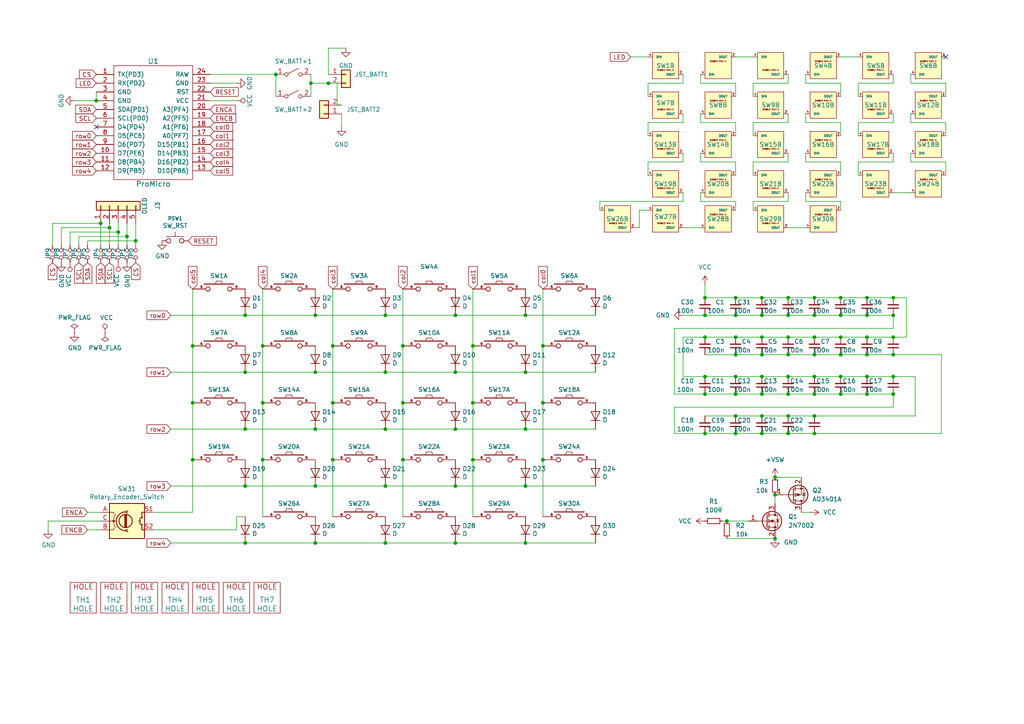
<source format=kicad_sch>
(kicad_sch (version 20241209) (generator "eeschema") (generator_version "8.99")
  (paper "A4")
  (junction (at 91.44 140.97))
  (junction (at 71.12 107.95))
  (junction (at 71.12 157.48))
  (junction (at 111.76 140.97))
  (junction (at 220.98 109.22))
  (junction (at 80.01 21.59))
  (junction (at 96.52 133.35))
  (junction (at 228.6 120.65))
  (junction (at 91.44 157.48))
  (junction (at 76.2 100.33))
  (junction (at 137.16 100.33))
  (junction (at 220.98 86.36))
  (junction (at 132.08 124.46))
  (junction (at 152.4 124.46))
  (junction (at 34.29 67.31))
  (junction (at 204.47 86.36))
  (junction (at 95.25 24.13))
  (junction (at 220.98 91.44))
  (junction (at 259.08 114.3))
  (junction (at 220.98 97.79))
  (junction (at 152.4 107.95))
  (junction (at 228.6 125.73))
  (junction (at 236.22 120.65))
  (junction (at 228.6 114.3))
  (junction (at 213.36 86.36))
  (junction (at 76.2 133.35))
  (junction (at 76.2 116.84))
  (junction (at 224.79 156.21))
  (junction (at 259.08 109.22))
  (junction (at 27.94 29.21))
  (junction (at 39.37 69.85))
  (junction (at 213.36 120.65))
  (junction (at 91.44 107.95))
  (junction (at 71.12 124.46))
  (junction (at 236.22 97.79))
  (junction (at 91.44 124.46))
  (junction (at 29.21 64.77))
  (junction (at 91.44 91.44))
  (junction (at 224.79 143.51))
  (junction (at 55.88 100.33))
  (junction (at 228.6 86.36))
  (junction (at 259.08 86.36))
  (junction (at 132.08 107.95))
  (junction (at 210.82 151.13))
  (junction (at 236.22 114.3))
  (junction (at 111.76 124.46))
  (junction (at 251.46 109.22))
  (junction (at 220.98 102.87))
  (junction (at 243.84 91.44))
  (junction (at 243.84 114.3))
  (junction (at 157.48 116.84))
  (junction (at 152.4 157.48))
  (junction (at 55.88 116.84))
  (junction (at 259.08 97.79))
  (junction (at 157.48 133.35))
  (junction (at 251.46 114.3))
  (junction (at 224.79 138.43))
  (junction (at 111.76 157.48))
  (junction (at 213.36 109.22))
  (junction (at 90.17 24.13))
  (junction (at 228.6 102.87))
  (junction (at 220.98 114.3))
  (junction (at 243.84 97.79))
  (junction (at 31.75 66.04))
  (junction (at 116.84 133.35))
  (junction (at 251.46 102.87))
  (junction (at 213.36 102.87))
  (junction (at 243.84 86.36))
  (junction (at 251.46 91.44))
  (junction (at 36.83 68.58))
  (junction (at 204.47 109.22))
  (junction (at 213.36 91.44))
  (junction (at 213.36 114.3))
  (junction (at 220.98 120.65))
  (junction (at 137.16 133.35))
  (junction (at 213.36 125.73))
  (junction (at 228.6 91.44))
  (junction (at 132.08 91.44))
  (junction (at 204.47 114.3))
  (junction (at 157.48 100.33))
  (junction (at 111.76 107.95))
  (junction (at 213.36 97.79))
  (junction (at 220.98 125.73))
  (junction (at 204.47 91.44))
  (junction (at 96.52 116.84))
  (junction (at 152.4 91.44))
  (junction (at 236.22 125.73))
  (junction (at 259.08 102.87))
  (junction (at 132.08 157.48))
  (junction (at 251.46 97.79))
  (junction (at 251.46 86.36))
  (junction (at 204.47 125.73))
  (junction (at 71.12 140.97))
  (junction (at 228.6 109.22))
  (junction (at 243.84 109.22))
  (junction (at 152.4 140.97))
  (junction (at 116.84 116.84))
  (junction (at 228.6 97.79))
  (junction (at 236.22 91.44))
  (junction (at 236.22 86.36))
  (junction (at 116.84 100.33))
  (junction (at 259.08 91.44))
  (junction (at 236.22 109.22))
  (junction (at 243.84 102.87))
  (junction (at 132.08 140.97))
  (junction (at 236.22 102.87))
  (junction (at 71.12 91.44))
  (junction (at 55.88 133.35))
  (junction (at 137.16 116.84))
  (junction (at 96.52 100.33))
  (junction (at 111.76 91.44))
  (junction (at 204.47 97.79))
  (no_connect (at 27.94 36.83))
  (no_connect (at 274.32 16.51))
  (wire (pts (xy 220.98 114.3) (xy 228.6 114.3)))
  (wire (pts (xy 20.32 67.31) (xy 20.32 71.12)))
  (wire (pts (xy 251.46 109.22) (xy 259.08 109.22)))
  (wire (pts (xy 243.84 114.3) (xy 251.46 114.3)))
  (wire (pts (xy 228.6 120.65) (xy 236.22 120.65)))
  (wire (pts (xy 116.84 133.35) (xy 116.84 149.86)))
  (wire (pts (xy 264.16 24.13) (xy 264.16 21.59)))
  (wire (pts (xy 152.4 91.44) (xy 132.08 91.44)))
  (wire (pts (xy 213.36 91.44) (xy 220.98 91.44)))
  (wire (pts (xy 251.46 114.3) (xy 259.08 114.3)))
  (wire (pts (xy 25.4 148.59) (xy 29.21 148.59)))
  (wire (pts (xy 213.36 120.65) (xy 220.98 120.65)))
  (wire (pts (xy 210.82 151.13) (xy 217.17 151.13)))
  (wire (pts (xy 228.6 66.04) (xy 233.68 66.04)))
  (wire (pts (xy 251.46 97.79) (xy 259.08 97.79)))
  (wire (pts (xy 173.99 58.42) (xy 173.99 60.96)))
  (wire (pts (xy 233.68 46.99) (xy 233.68 44.45)))
  (wire (pts (xy 259.08 44.45) (xy 259.08 46.99)))
  (wire (pts (xy 213.36 114.3) (xy 220.98 114.3)))
  (wire (pts (xy 204.47 97.79) (xy 213.36 97.79)))
  (wire (pts (xy 97.79 30.48) (xy 99.06 30.48)))
  (wire (pts (xy 76.2 116.84) (xy 76.2 133.35)))
  (wire (pts (xy 198.12 33.02) (xy 198.12 35.56)))
  (wire (pts (xy 228.6 91.44) (xy 236.22 91.44)))
  (wire (pts (xy 195.58 114.3) (xy 204.47 114.3)))
  (wire (pts (xy 71.12 107.95) (xy 49.53 107.95)))
  (wire (pts (xy 185.42 60.96) (xy 187.96 60.96)))
  (wire (pts (xy 218.44 24.13) (xy 218.44 27.94)))
  (wire (pts (xy 210.82 156.21) (xy 224.79 156.21)))
  (wire (pts (xy 25.4 69.85) (xy 25.4 71.12)))
  (wire (pts (xy 213.36 27.94) (xy 213.36 24.13)))
  (wire (pts (xy 243.84 46.99) (xy 233.68 46.99)))
  (wire (pts (xy 152.4 124.46) (xy 172.72 124.46)))
  (wire (pts (xy 95.25 24.13) (xy 97.79 24.13)))
  (wire (pts (xy 213.36 50.8) (xy 213.36 46.99)))
  (wire (pts (xy 213.36 16.51) (xy 218.44 16.51)))
  (wire (pts (xy 259.08 24.13) (xy 248.92 24.13)))
  (wire (pts (xy 243.84 50.8) (xy 243.84 46.99)))
  (wire (pts (xy 91.44 91.44) (xy 111.76 91.44)))
  (wire (pts (xy 274.32 27.94) (xy 274.32 24.13)))
  (wire (pts (xy 198.12 97.79) (xy 204.47 97.79)))
  (wire (pts (xy 96.52 133.35) (xy 96.52 149.86)))
  (wire (pts (xy 39.37 69.85) (xy 25.4 69.85)))
  (wire (pts (xy 204.47 86.36) (xy 213.36 86.36)))
  (wire (pts (xy 224.79 138.43) (xy 232.41 138.43)))
  (wire (pts (xy 228.6 86.36) (xy 236.22 86.36)))
  (wire (pts (xy 71.12 157.48) (xy 91.44 157.48)))
  (wire (pts (xy 27.94 29.21) (xy 21.59 29.21)))
  (wire (pts (xy 90.17 24.13) (xy 95.25 24.13)))
  (wire (pts (xy 31.75 64.77) (xy 31.75 66.04)))
  (wire (pts (xy 259.08 91.44) (xy 259.08 95.25)))
  (wire (pts (xy 228.6 35.56) (xy 218.44 35.56)))
  (wire (pts (xy 228.6 114.3) (xy 236.22 114.3)))
  (wire (pts (xy 55.88 83.82) (xy 55.88 100.33)))
  (wire (pts (xy 36.83 68.58) (xy 22.86 68.58)))
  (wire (pts (xy 76.2 133.35) (xy 76.2 149.86)))
  (wire (pts (xy 251.46 86.36) (xy 259.08 86.36)))
  (wire (pts (xy 274.32 39.37) (xy 274.32 35.56)))
  (wire (pts (xy 228.6 125.73) (xy 236.22 125.73)))
  (wire (pts (xy 204.47 114.3) (xy 213.36 114.3)))
  (wire (pts (xy 99.06 33.02) (xy 99.06 36.83)))
  (wire (pts (xy 198.12 66.04) (xy 203.2 66.04)))
  (wire (pts (xy 34.29 67.31) (xy 20.32 67.31)))
  (wire (pts (xy 213.36 46.99) (xy 203.2 46.99)))
  (wire (pts (xy 132.08 157.48) (xy 152.4 157.48)))
  (wire (pts (xy 259.08 97.79) (xy 262.89 97.79)))
  (wire (pts (xy 132.08 124.46) (xy 152.4 124.46)))
  (wire (pts (xy 274.32 46.99) (xy 264.16 46.99)))
  (wire (pts (xy 236.22 91.44) (xy 243.84 91.44)))
  (wire (pts (xy 27.94 26.67) (xy 27.94 29.21)))
  (wire (pts (xy 220.98 109.22) (xy 228.6 109.22)))
  (wire (pts (xy 232.41 148.59) (xy 234.95 148.59)))
  (wire (pts (xy 213.36 102.87) (xy 220.98 102.87)))
  (wire (pts (xy 213.36 39.37) (xy 213.36 35.56)))
  (wire (pts (xy 111.76 91.44) (xy 132.08 91.44)))
  (wire (pts (xy 228.6 46.99) (xy 218.44 46.99)))
  (wire (pts (xy 233.68 35.56) (xy 233.68 33.02)))
  (wire (pts (xy 236.22 102.87) (xy 243.84 102.87)))
  (wire (pts (xy 91.44 157.48) (xy 111.76 157.48)))
  (wire (pts (xy 259.08 35.56) (xy 248.92 35.56)))
  (wire (pts (xy 132.08 140.97) (xy 152.4 140.97)))
  (wire (pts (xy 204.47 125.73) (xy 213.36 125.73)))
  (wire (pts (xy 248.92 35.56) (xy 248.92 39.37)))
  (wire (pts (xy 203.2 58.42) (xy 203.2 55.88)))
  (wire (pts (xy 243.84 16.51) (xy 248.92 16.51)))
  (wire (pts (xy 111.76 140.97) (xy 132.08 140.97)))
  (wire (pts (xy 55.88 116.84) (xy 55.88 133.35)))
  (wire (pts (xy 95.25 21.59) (xy 95.25 13.97)))
  (wire (pts (xy 218.44 46.99) (xy 218.44 50.8)))
  (wire (pts (xy 243.84 35.56) (xy 233.68 35.56)))
  (wire (pts (xy 259.08 109.22) (xy 265.43 109.22)))
  (wire (pts (xy 80.01 21.59) (xy 80.01 27.94)))
  (wire (pts (xy 198.12 109.22) (xy 204.47 109.22)))
  (wire (pts (xy 116.84 83.82) (xy 116.84 100.33)))
  (wire (pts (xy 157.48 133.35) (xy 157.48 149.86)))
  (wire (pts (xy 111.76 107.95) (xy 132.08 107.95)))
  (wire (pts (xy 36.83 64.77) (xy 36.83 68.58)))
  (wire (pts (xy 213.36 58.42) (xy 203.2 58.42)))
  (wire (pts (xy 184.15 66.04) (xy 185.42 66.04)))
  (wire (pts (xy 213.36 125.73) (xy 220.98 125.73)))
  (wire (pts (xy 213.36 97.79) (xy 220.98 97.79)))
  (wire (pts (xy 152.4 157.48) (xy 172.72 157.48)))
  (wire (pts (xy 15.24 64.77) (xy 15.24 71.12)))
  (wire (pts (xy 116.84 100.33) (xy 116.84 116.84)))
  (wire (pts (xy 132.08 107.95) (xy 152.4 107.95)))
  (wire (pts (xy 243.84 86.36) (xy 251.46 86.36)))
  (wire (pts (xy 68.58 149.86) (xy 71.12 149.86)))
  (wire (pts (xy 233.68 24.13) (xy 233.68 21.59)))
  (wire (pts (xy 220.98 86.36) (xy 228.6 86.36)))
  (wire (pts (xy 157.48 116.84) (xy 157.48 133.35)))
  (wire (pts (xy 111.76 157.48) (xy 132.08 157.48)))
  (wire (pts (xy 274.32 24.13) (xy 264.16 24.13)))
  (wire (pts (xy 90.17 21.59) (xy 90.17 24.13)))
  (wire (pts (xy 68.58 149.86) (xy 68.58 153.67)))
  (wire (pts (xy 198.12 97.79) (xy 198.12 109.22)))
  (wire (pts (xy 195.58 125.73) (xy 204.47 125.73)))
  (wire (pts (xy 152.4 107.95) (xy 172.72 107.95)))
  (wire (pts (xy 220.98 125.73) (xy 228.6 125.73)))
  (wire (pts (xy 248.92 24.13) (xy 248.92 27.94)))
  (wire (pts (xy 198.12 21.59) (xy 198.12 24.13)))
  (wire (pts (xy 228.6 21.59) (xy 228.6 24.13)))
  (wire (pts (xy 60.96 24.13) (xy 68.58 24.13)))
  (wire (pts (xy 213.36 24.13) (xy 203.2 24.13)))
  (wire (pts (xy 111.76 124.46) (xy 132.08 124.46)))
  (wire (pts (xy 116.84 116.84) (xy 116.84 133.35)))
  (wire (pts (xy 198.12 24.13) (xy 187.96 24.13)))
  (wire (pts (xy 44.45 153.67) (xy 68.58 153.67)))
  (wire (pts (xy 71.12 124.46) (xy 49.53 124.46)))
  (wire (pts (xy 34.29 67.31) (xy 34.29 71.12)))
  (wire (pts (xy 220.98 120.65) (xy 228.6 120.65)))
  (wire (pts (xy 243.84 39.37) (xy 243.84 35.56)))
  (wire (pts (xy 187.96 24.13) (xy 187.96 27.94)))
  (wire (pts (xy 243.84 58.42) (xy 233.68 58.42)))
  (wire (pts (xy 213.36 86.36) (xy 220.98 86.36)))
  (wire (pts (xy 259.08 102.87) (xy 273.05 102.87)))
  (wire (pts (xy 31.75 66.04) (xy 31.75 71.12)))
  (wire (pts (xy 198.12 46.99) (xy 187.96 46.99)))
  (wire (pts (xy 259.08 118.11) (xy 195.58 118.11)))
  (wire (pts (xy 29.21 64.77) (xy 29.21 71.12)))
  (wire (pts (xy 236.22 120.65) (xy 265.43 120.65)))
  (wire (pts (xy 91.44 140.97) (xy 71.12 140.97)))
  (wire (pts (xy 91.44 107.95) (xy 111.76 107.95)))
  (wire (pts (xy 152.4 91.44) (xy 172.72 91.44)))
  (wire (pts (xy 55.88 133.35) (xy 55.88 148.59)))
  (wire (pts (xy 274.32 35.56) (xy 264.16 35.56)))
  (wire (pts (xy 34.29 64.77) (xy 34.29 67.31)))
  (wire (pts (xy 273.05 125.73) (xy 273.05 102.87)))
  (wire (pts (xy 243.84 109.22) (xy 251.46 109.22)))
  (wire (pts (xy 203.2 46.99) (xy 203.2 44.45)))
  (wire (pts (xy 259.08 55.88) (xy 264.16 55.88)))
  (wire (pts (xy 248.92 46.99) (xy 248.92 50.8)))
  (wire (pts (xy 60.96 21.59) (xy 80.01 21.59)))
  (wire (pts (xy 213.36 60.96) (xy 213.36 58.42)))
  (wire (pts (xy 185.42 66.04) (xy 185.42 60.96)))
  (wire (pts (xy 236.22 109.22) (xy 243.84 109.22)))
  (wire (pts (xy 259.08 21.59) (xy 259.08 24.13)))
  (wire (pts (xy 95.25 13.97) (xy 100.33 13.97)))
  (wire (pts (xy 218.44 58.42) (xy 218.44 60.96)))
  (wire (pts (xy 198.12 35.56) (xy 187.96 35.56)))
  (wire (pts (xy 182.88 16.51) (xy 187.96 16.51)))
  (wire (pts (xy 173.99 58.42) (xy 198.12 58.42)))
  (wire (pts (xy 204.47 109.22) (xy 213.36 109.22)))
  (wire (pts (xy 90.17 24.13) (xy 90.17 27.94)))
  (wire (pts (xy 96.52 116.84) (xy 96.52 133.35)))
  (wire (pts (xy 228.6 102.87) (xy 236.22 102.87)))
  (wire (pts (xy 44.45 148.59) (xy 55.88 148.59)))
  (wire (pts (xy 39.37 64.77) (xy 39.37 69.85)))
  (wire (pts (xy 243.84 91.44) (xy 251.46 91.44)))
  (wire (pts (xy 71.12 91.44) (xy 49.53 91.44)))
  (wire (pts (xy 265.43 109.22) (xy 265.43 120.65)))
  (wire (pts (xy 157.48 116.84) (xy 157.48 100.33)))
  (wire (pts (xy 220.98 91.44) (xy 228.6 91.44)))
  (wire (pts (xy 187.96 35.56) (xy 187.96 39.37)))
  (wire (pts (xy 195.58 118.11) (xy 195.58 125.73)))
  (wire (pts (xy 213.36 35.56) (xy 203.2 35.56)))
  (wire (pts (xy 71.12 140.97) (xy 49.53 140.97)))
  (wire (pts (xy 228.6 33.02) (xy 228.6 35.56)))
  (wire (pts (xy 91.44 124.46) (xy 71.12 124.46)))
  (wire (pts (xy 228.6 24.13) (xy 218.44 24.13)))
  (wire (pts (xy 259.08 33.02) (xy 259.08 35.56)))
  (wire (pts (xy 204.47 102.87) (xy 213.36 102.87)))
  (wire (pts (xy 259.08 86.36) (xy 262.89 86.36)))
  (wire (pts (xy 243.84 97.79) (xy 251.46 97.79)))
  (wire (pts (xy 76.2 83.82) (xy 76.2 100.33)))
  (wire (pts (xy 91.44 107.95) (xy 71.12 107.95)))
  (wire (pts (xy 236.22 114.3) (xy 243.84 114.3)))
  (wire (pts (xy 259.08 95.25) (xy 195.58 95.25)))
  (wire (pts (xy 198.12 91.44) (xy 204.47 91.44)))
  (wire (pts (xy 259.08 114.3) (xy 259.08 118.11)))
  (wire (pts (xy 224.79 143.51) (xy 224.79 146.05)))
  (wire (pts (xy 91.44 140.97) (xy 111.76 140.97)))
  (wire (pts (xy 60.96 29.21) (xy 68.58 29.21)))
  (wire (pts (xy 228.6 55.88) (xy 228.6 58.42)))
  (wire (pts (xy 31.75 66.04) (xy 17.78 66.04)))
  (wire (pts (xy 97.79 30.48) (xy 97.79 24.13)))
  (wire (pts (xy 264.16 35.56) (xy 264.16 33.02)))
  (wire (pts (xy 152.4 140.97) (xy 172.72 140.97)))
  (wire (pts (xy 228.6 97.79) (xy 236.22 97.79)))
  (wire (pts (xy 264.16 46.99) (xy 264.16 44.45)))
  (wire (pts (xy 220.98 97.79) (xy 228.6 97.79)))
  (wire (pts (xy 157.48 100.33) (xy 157.48 83.82)))
  (wire (pts (xy 49.53 157.48) (xy 71.12 157.48)))
  (wire (pts (xy 195.58 95.25) (xy 195.58 114.3)))
  (wire (pts (xy 91.44 91.44) (xy 71.12 91.44)))
  (wire (pts (xy 228.6 58.42) (xy 218.44 58.42)))
  (wire (pts (xy 29.21 151.13) (xy 13.97 151.13)))
  (wire (pts (xy 137.16 133.35) (xy 137.16 149.86)))
  (wire (pts (xy 137.16 83.82) (xy 137.16 100.33)))
  (wire (pts (xy 243.84 60.96) (xy 243.84 58.42)))
  (wire (pts (xy 36.83 68.58) (xy 36.83 71.12)))
  (wire (pts (xy 198.12 44.45) (xy 198.12 46.99)))
  (wire (pts (xy 274.32 50.8) (xy 274.32 46.99)))
  (wire (pts (xy 251.46 91.44) (xy 259.08 91.44)))
  (wire (pts (xy 236.22 86.36) (xy 243.84 86.36)))
  (wire (pts (xy 262.89 86.36) (xy 262.89 97.79)))
  (wire (pts (xy 213.36 109.22) (xy 220.98 109.22)))
  (wire (pts (xy 251.46 102.87) (xy 259.08 102.87)))
  (wire (pts (xy 228.6 44.45) (xy 228.6 46.99)))
  (wire (pts (xy 209.55 151.13) (xy 210.82 151.13)))
  (wire (pts (xy 228.6 109.22) (xy 236.22 109.22)))
  (wire (pts (xy 236.22 97.79) (xy 243.84 97.79)))
  (wire (pts (xy 25.4 153.67) (xy 29.21 153.67)))
  (wire (pts (xy 203.2 24.13) (xy 203.2 21.59)))
  (wire (pts (xy 55.88 100.33) (xy 55.88 116.84)))
  (wire (pts (xy 198.12 55.88) (xy 198.12 58.42)))
  (wire (pts (xy 76.2 100.33) (xy 76.2 116.84)))
  (wire (pts (xy 243.84 27.94) (xy 243.84 24.13)))
  (wire (pts (xy 17.78 66.04) (xy 17.78 71.12)))
  (wire (pts (xy 243.84 102.87) (xy 251.46 102.87)))
  (wire (pts (xy 137.16 100.33) (xy 137.16 116.84)))
  (wire (pts (xy 218.44 35.56) (xy 218.44 39.37)))
  (wire (pts (xy 204.47 120.65) (xy 213.36 120.65)))
  (wire (pts (xy 220.98 102.87) (xy 228.6 102.87)))
  (wire (pts (xy 243.84 24.13) (xy 233.68 24.13)))
  (wire (pts (xy 204.47 91.44) (xy 213.36 91.44)))
  (wire (pts (xy 13.97 151.13) (xy 13.97 153.67)))
  (wire (pts (xy 204.47 82.55) (xy 204.47 86.36)))
  (wire (pts (xy 96.52 100.33) (xy 96.52 116.84)))
  (wire (pts (xy 137.16 133.35) (xy 137.16 116.84)))
  (wire (pts (xy 91.44 124.46) (xy 111.76 124.46)))
  (wire (pts (xy 233.68 58.42) (xy 233.68 55.88)))
  (wire (pts (xy 39.37 69.85) (xy 39.37 71.12)))
  (wire (pts (xy 22.86 68.58) (xy 22.86 71.12)))
  (wire (pts (xy 259.08 46.99) (xy 248.92 46.99)))
  (wire (pts (xy 236.22 125.73) (xy 273.05 125.73)))
  (wire (pts (xy 29.21 64.77) (xy 15.24 64.77)))
  (wire (pts (xy 187.96 46.99) (xy 187.96 50.8)))
  (wire (pts (xy 96.52 83.82) (xy 96.52 100.33)))
  (wire (pts (xy 203.2 35.56) (xy 203.2 33.02)))
  (global_label "row1" (shape input) (at 27.94 41.91 180) (property "Intersheetrefs" "${INTERSHEET_REFS}" (effects (hide yes))))
  (global_label "CS" (shape input) (at 39.37 76.2 270) (property "Intersheetrefs" "${INTERSHEET_REFS}" (effects (hide yes))))
  (global_label "row4" (shape input) (at 27.94 49.53 180) (property "Intersheetrefs" "${INTERSHEET_REFS}" (effects (hide yes))))
  (global_label "col0" (shape input) (at 157.48 83.82 90) (property "Intersheetrefs" "${INTERSHEET_REFS}" (effects (hide yes))))
  (global_label "col4" (shape input) (at 60.96 46.99 0) (property "Intersheetrefs" "${INTERSHEET_REFS}" (effects (hide yes))))
  (global_label "row3" (shape input) (at 27.94 46.99 180) (property "Intersheetrefs" "${INTERSHEET_REFS}" (effects (hide yes))))
  (global_label "col5" (shape input) (at 55.88 83.82 90) (property "Intersheetrefs" "${INTERSHEET_REFS}" (effects (hide yes))))
  (global_label "RESET" (shape input) (at 60.96 26.67 0) (property "Intersheetrefs" "${INTERSHEET_REFS}" (effects (hide yes))))
  (global_label "SCL" (shape input) (at 27.94 34.29 180) (property "Intersheetrefs" "${INTERSHEET_REFS}" (effects (hide yes))))
  (global_label "SCL" (shape input) (at 31.75 76.2 270) (property "Intersheetrefs" "${INTERSHEET_REFS}" (effects (hide yes))))
  (global_label "row4" (shape input) (at 49.53 157.48 180) (property "Intersheetrefs" "${INTERSHEET_REFS}" (effects (hide yes))))
  (global_label "SDA" (shape input) (at 27.94 31.75 180) (property "Intersheetrefs" "${INTERSHEET_REFS}" (effects (hide yes))))
  (global_label "SDA" (shape input) (at 29.21 76.2 270) (property "Intersheetrefs" "${INTERSHEET_REFS}" (effects (hide yes))))
  (global_label "SDA" (shape input) (at 25.4 76.2 270) (property "Intersheetrefs" "${INTERSHEET_REFS}" (effects (hide yes))))
  (global_label "row2" (shape input) (at 49.53 124.46 180) (property "Intersheetrefs" "${INTERSHEET_REFS}" (effects (hide yes))))
  (global_label "col1" (shape input) (at 137.16 83.82 90) (property "Intersheetrefs" "${INTERSHEET_REFS}" (effects (hide yes))))
  (global_label "CS" (shape input) (at 15.24 76.2 270) (property "Intersheetrefs" "${INTERSHEET_REFS}" (effects (hide yes))))
  (global_label "col1" (shape input) (at 60.96 39.37 0) (property "Intersheetrefs" "${INTERSHEET_REFS}" (effects (hide yes))))
  (global_label "col2" (shape input) (at 116.84 83.82 90) (property "Intersheetrefs" "${INTERSHEET_REFS}" (effects (hide yes))))
  (global_label "col3" (shape input) (at 96.52 83.82 90) (property "Intersheetrefs" "${INTERSHEET_REFS}" (effects (hide yes))))
  (global_label "ENCA" (shape input) (at 60.96 31.75 0) (property "Intersheetrefs" "${INTERSHEET_REFS}" (effects (hide yes))))
  (global_label "col4" (shape input) (at 76.2 83.82 90) (property "Intersheetrefs" "${INTERSHEET_REFS}" (effects (hide yes))))
  (global_label "col5" (shape input) (at 60.96 49.53 0) (property "Intersheetrefs" "${INTERSHEET_REFS}" (effects (hide yes))))
  (global_label "col0" (shape input) (at 60.96 36.83 0) (property "Intersheetrefs" "${INTERSHEET_REFS}" (effects (hide yes))))
  (global_label "LED" (shape input) (at 182.88 16.51 180) (property "Intersheetrefs" "${INTERSHEET_REFS}" (effects (hide yes))))
  (global_label "CS" (shape input) (at 27.94 21.59 180) (property "Intersheetrefs" "${INTERSHEET_REFS}" (effects (hide yes))))
  (global_label "SCL" (shape input) (at 22.86 76.2 270) (property "Intersheetrefs" "${INTERSHEET_REFS}" (effects (hide yes))))
  (global_label "row1" (shape input) (at 49.53 107.95 180) (property "Intersheetrefs" "${INTERSHEET_REFS}" (effects (hide yes))))
  (global_label "ENCA" (shape input) (at 25.4 148.59 180) (property "Intersheetrefs" "${INTERSHEET_REFS}" (effects (hide yes))))
  (global_label "RESET" (shape input) (at 54.61 69.85 0) (property "Intersheetrefs" "${INTERSHEET_REFS}" (effects (hide yes))))
  (global_label "ENCB" (shape input) (at 25.4 153.67 180) (property "Intersheetrefs" "${INTERSHEET_REFS}" (effects (hide yes))))
  (global_label "col3" (shape input) (at 60.96 44.45 0) (property "Intersheetrefs" "${INTERSHEET_REFS}" (effects (hide yes))))
  (global_label "row2" (shape input) (at 27.94 44.45 180) (property "Intersheetrefs" "${INTERSHEET_REFS}" (effects (hide yes))))
  (global_label "row3" (shape input) (at 49.53 140.97 180) (property "Intersheetrefs" "${INTERSHEET_REFS}" (effects (hide yes))))
  (global_label "row0" (shape input) (at 27.94 39.37 180) (property "Intersheetrefs" "${INTERSHEET_REFS}" (effects (hide yes))))
  (global_label "col2" (shape input) (at 60.96 41.91 0) (property "Intersheetrefs" "${INTERSHEET_REFS}" (effects (hide yes))))
  (global_label "ENCB" (shape input) (at 60.96 34.29 0) (property "Intersheetrefs" "${INTERSHEET_REFS}" (effects (hide yes))))
  (global_label "row0" (shape input) (at 49.53 91.44 180) (property "Intersheetrefs" "${INTERSHEET_REFS}" (effects (hide yes))))
  (global_label "LED" (shape input) (at 27.94 24.13 180) (property "Intersheetrefs" "${INTERSHEET_REFS}" (effects (hide yes))))
  (symbol (lib_id "SofleKeyboard-rescue:ProMicro_2-Lily58-cache-Lily58_Pro-rescue") (at 44.45 35.56 0) (unit 1)
    (property "Reference" "U1" (at 44.45 17.78 0) (effects (font (size 1.524 1.524))))
    (property "Value" "ProMicro" (at 44.45 53.34 0) (effects (font (size 1.524 1.524))))
    (property "Footprint" "SofleKeyboard-footprint:ProMicro" (effects (hide yes)))
  )
  (symbol (lib_id "SofleKeyboard:SW_PUSH_LED") (at 83.82 149.86 0) (unit 1)
    (property "Reference" "SW26" (at 83.82 146.05 0))
    (property "Value" "SW_PUSH_LED" (effects (hide yes)))
    (property "Footprint" "SofleChoc:SK6812MINI_and_cherry" (effects (hide yes)))
  )
  (symbol (lib_id "SofleKeyboard:SW_PUSH_LED") (at 63.5 83.82 0) (unit 1)
    (property "Reference" "SW1" (at 63.5 80.01 0))
    (property "Value" "SW_PUSH_LED" (effects (hide yes)))
    (property "Footprint" "SofleChoc:SK6812MINI_and_cherry" (effects (hide yes)))
  )
  (symbol (lib_id "SofleKeyboard-rescue:D-Lily58-cache-Lily58_Pro-rescue") (at 71.12 87.63 90) (unit 1)
    (property "Reference" "D1" (at 73.1266 86.4616 90) (effects (justify right)))
    (property "Value" "D" (at 73.1266 88.773 90) (effects (justify right)))
    (property "Footprint" "Diode_SMD:crkbd-diode" (effects (hide yes)))
  )
  (symbol (lib_id "SofleKeyboard:SW_PUSH_LED") (at 83.82 83.82 0) (unit 1)
    (property "Reference" "SW2" (at 83.82 80.01 0))
    (property "Value" "SW_PUSH_LED" (effects (hide yes)))
    (property "Footprint" "SofleChoc:SK6812MINI_and_cherry" (effects (hide yes)))
  )
  (symbol (lib_id "SofleKeyboard-rescue:D-Lily58-cache-Lily58_Pro-rescue") (at 91.44 87.63 90) (unit 1)
    (property "Reference" "D2" (at 93.4466 86.4616 90) (effects (justify right)))
    (property "Value" "D" (at 93.4466 88.773 90) (effects (justify right)))
    (property "Footprint" "Diode_SMD:crkbd-diode" (effects (hide yes)))
  )
  (symbol (lib_id "SofleKeyboard:SW_PUSH_LED") (at 104.14 83.82 0) (unit 1)
    (property "Reference" "SW3" (at 104.14 80.01 0))
    (property "Value" "SW_PUSH_LED" (effects (hide yes)))
    (property "Footprint" "SofleChoc:SK6812MINI_and_cherry" (effects (hide yes)))
  )
  (symbol (lib_id "SofleKeyboard-rescue:D-Lily58-cache-Lily58_Pro-rescue") (at 111.76 87.63 90) (unit 1)
    (property "Reference" "D3" (at 113.7666 86.4616 90) (effects (justify right)))
    (property "Value" "D" (at 113.7666 88.773 90) (effects (justify right)))
    (property "Footprint" "Diode_SMD:crkbd-diode" (effects (hide yes)))
  )
  (symbol (lib_id "SofleKeyboard:SW_PUSH_LED") (at 124.46 83.82 0) (unit 1)
    (property "Reference" "SW4" (at 124.46 77.343 0))
    (property "Value" "SW_PUSH_LED" (effects (hide yes)))
    (property "Footprint" "SofleChoc:SK6812MINI_and_cherry" (effects (hide yes)))
  )
  (symbol (lib_id "SofleKeyboard-rescue:D-Lily58-cache-Lily58_Pro-rescue") (at 132.08 87.63 90) (unit 1)
    (property "Reference" "D4" (at 134.0866 86.4616 90) (effects (justify right)))
    (property "Value" "D" (at 134.0866 88.773 90) (effects (justify right)))
    (property "Footprint" "Diode_SMD:crkbd-diode" (effects (hide yes)))
  )
  (symbol (lib_id "SofleKeyboard:SW_PUSH_LED") (at 144.78 83.82 0) (unit 1)
    (property "Reference" "SW5" (at 144.78 80.01 0))
    (property "Value" "SW_PUSH_LED" (effects (hide yes)))
    (property "Footprint" "SofleChoc:SK6812MINI_and_cherry" (effects (hide yes)))
  )
  (symbol (lib_id "SofleKeyboard-rescue:D-Lily58-cache-Lily58_Pro-rescue") (at 152.4 87.63 90) (unit 1)
    (property "Reference" "D5" (at 154.4066 86.4616 90) (effects (justify right)))
    (property "Value" "D" (at 154.4066 88.773 90) (effects (justify right)))
    (property "Footprint" "Diode_SMD:crkbd-diode" (effects (hide yes)))
  )
  (symbol (lib_id "SofleKeyboard:SW_PUSH_LED") (at 165.1 83.82 0) (unit 1)
    (property "Reference" "SW6" (at 165.1 80.01 0))
    (property "Value" "SW_PUSH_LED" (effects (hide yes)))
    (property "Footprint" "SofleChoc:SK6812MINI_and_cherry" (effects (hide yes)))
  )
  (symbol (lib_id "SofleKeyboard-rescue:D-Lily58-cache-Lily58_Pro-rescue") (at 172.72 87.63 90) (unit 1)
    (property "Reference" "D6" (at 174.7266 86.4616 90) (effects (justify right)))
    (property "Value" "D" (at 174.7266 88.773 90) (effects (justify right)))
    (property "Footprint" "Diode_SMD:crkbd-diode" (effects (hide yes)))
  )
  (symbol (lib_id "SofleKeyboard:SW_PUSH_LED") (at 83.82 100.33 0) (unit 1)
    (property "Reference" "SW8" (at 83.82 96.52 0))
    (property "Value" "SW_PUSH_LED" (effects (hide yes)))
    (property "Footprint" "SofleChoc:SK6812MINI_and_cherry" (effects (hide yes)))
  )
  (symbol (lib_id "SofleKeyboard:SW_PUSH_LED") (at 104.14 100.33 0) (unit 1)
    (property "Reference" "SW9" (at 104.14 96.52 0))
    (property "Value" "SW_PUSH_LED" (effects (hide yes)))
    (property "Footprint" "SofleChoc:SK6812MINI_and_cherry" (effects (hide yes)))
  )
  (symbol (lib_id "SofleKeyboard:SW_PUSH_LED") (at 124.46 100.33 0) (unit 1)
    (property "Reference" "SW10" (at 124.46 96.52 0))
    (property "Value" "SW_PUSH_LED" (effects (hide yes)))
    (property "Footprint" "SofleChoc:SK6812MINI_and_cherry" (effects (hide yes)))
  )
  (symbol (lib_id "SofleKeyboard:SW_PUSH_LED") (at 144.78 100.33 0) (unit 1)
    (property "Reference" "SW11" (at 144.78 96.52 0))
    (property "Value" "SW_PUSH_LED" (effects (hide yes)))
    (property "Footprint" "SofleChoc:SK6812MINI_and_cherry" (effects (hide yes)))
  )
  (symbol (lib_id "SofleKeyboard:SW_PUSH_LED") (at 165.1 100.33 0) (unit 1)
    (property "Reference" "SW12" (at 165.1 96.52 0))
    (property "Value" "SW_PUSH_LED" (effects (hide yes)))
    (property "Footprint" "SofleChoc:SK6812MINI_and_cherry" (effects (hide yes)))
  )
  (symbol (lib_id "SofleKeyboard:SW_PUSH_LED") (at 63.5 100.33 0) (unit 1)
    (property "Reference" "SW7" (at 63.5 96.52 0))
    (property "Value" "SW_PUSH_LED" (effects (hide yes)))
    (property "Footprint" "SofleChoc:SK6812MINI_and_cherry" (effects (hide yes)))
  )
  (symbol (lib_id "SofleKeyboard-rescue:D-Lily58-cache-Lily58_Pro-rescue") (at 71.12 104.14 90) (unit 1)
    (property "Reference" "D7" (at 73.1266 102.9716 90) (effects (justify right)))
    (property "Value" "D" (at 73.1266 105.283 90) (effects (justify right)))
    (property "Footprint" "Diode_SMD:crkbd-diode" (effects (hide yes)))
  )
  (symbol (lib_id "SofleKeyboard-rescue:D-Lily58-cache-Lily58_Pro-rescue") (at 91.44 104.14 90) (unit 1)
    (property "Reference" "D8" (at 93.4466 102.9716 90) (effects (justify right)))
    (property "Value" "D" (at 93.4466 105.283 90) (effects (justify right)))
    (property "Footprint" "Diode_SMD:crkbd-diode" (effects (hide yes)))
  )
  (symbol (lib_id "SofleKeyboard-rescue:D-Lily58-cache-Lily58_Pro-rescue") (at 111.76 104.14 90) (unit 1)
    (property "Reference" "D9" (at 113.7666 102.9716 90) (effects (justify right)))
    (property "Value" "D" (at 113.7666 105.283 90) (effects (justify right)))
    (property "Footprint" "Diode_SMD:crkbd-diode" (effects (hide yes)))
  )
  (symbol (lib_id "SofleKeyboard-rescue:D-Lily58-cache-Lily58_Pro-rescue") (at 132.08 104.14 90) (unit 1)
    (property "Reference" "D10" (at 134.0866 102.9716 90) (effects (justify right)))
    (property "Value" "D" (at 134.0866 105.283 90) (effects (justify right)))
    (property "Footprint" "Diode_SMD:crkbd-diode" (effects (hide yes)))
  )
  (symbol (lib_id "SofleKeyboard-rescue:D-Lily58-cache-Lily58_Pro-rescue") (at 152.4 104.14 90) (unit 1)
    (property "Reference" "D11" (at 154.4066 102.9716 90) (effects (justify right)))
    (property "Value" "D" (at 154.4066 105.283 90) (effects (justify right)))
    (property "Footprint" "Diode_SMD:crkbd-diode" (effects (hide yes)))
  )
  (symbol (lib_id "SofleKeyboard-rescue:D-Lily58-cache-Lily58_Pro-rescue") (at 172.72 104.14 90) (unit 1)
    (property "Reference" "D12" (at 174.7266 102.9716 90) (effects (justify right)))
    (property "Value" "D" (at 174.7266 105.283 90) (effects (justify right)))
    (property "Footprint" "Diode_SMD:crkbd-diode" (effects (hide yes)))
  )
  (symbol (lib_id "SofleKeyboard:SW_PUSH_LED") (at 63.5 116.84 0) (unit 1)
    (property "Reference" "SW13" (at 63.5 113.03 0))
    (property "Value" "SW_PUSH_LED" (effects (hide yes)))
    (property "Footprint" "SofleChoc:SK6812MINI_and_cherry" (effects (hide yes)))
  )
  (symbol (lib_id "SofleKeyboard:SW_PUSH_LED") (at 83.82 116.84 0) (unit 1)
    (property "Reference" "SW14" (at 83.82 113.03 0))
    (property "Value" "SW_PUSH_LED" (effects (hide yes)))
    (property "Footprint" "SofleChoc:SK6812MINI_and_cherry" (effects (hide yes)))
  )
  (symbol (lib_id "SofleKeyboard:SW_PUSH_LED") (at 104.14 116.84 0) (unit 1)
    (property "Reference" "SW15" (at 104.14 113.03 0))
    (property "Value" "SW_PUSH_LED" (effects (hide yes)))
    (property "Footprint" "SofleChoc:SK6812MINI_and_cherry" (effects (hide yes)))
  )
  (symbol (lib_id "SofleKeyboard:SW_PUSH_LED") (at 124.46 116.84 0) (unit 1)
    (property "Reference" "SW16" (at 124.46 113.03 0))
    (property "Value" "SW_PUSH_LED" (effects (hide yes)))
    (property "Footprint" "SofleChoc:SK6812MINI_and_cherry" (effects (hide yes)))
  )
  (symbol (lib_id "SofleKeyboard:SW_PUSH_LED") (at 144.78 116.84 0) (unit 1)
    (property "Reference" "SW17" (at 144.78 113.03 0))
    (property "Value" "SW_PUSH_LED" (effects (hide yes)))
    (property "Footprint" "SofleChoc:SK6812MINI_and_cherry" (effects (hide yes)))
  )
  (symbol (lib_id "SofleKeyboard:SW_PUSH_LED") (at 165.1 116.84 0) (unit 1)
    (property "Reference" "SW18" (at 165.1 113.03 0))
    (property "Value" "SW_PUSH_LED" (effects (hide yes)))
    (property "Footprint" "SofleChoc:SK6812MINI_and_cherry" (effects (hide yes)))
  )
  (symbol (lib_id "SofleKeyboard-rescue:D-Lily58-cache-Lily58_Pro-rescue") (at 71.12 120.65 90) (unit 1)
    (property "Reference" "D13" (at 73.1266 119.4816 90) (effects (justify right)))
    (property "Value" "D" (at 73.1266 121.793 90) (effects (justify right)))
    (property "Footprint" "Diode_SMD:crkbd-diode" (effects (hide yes)))
  )
  (symbol (lib_id "SofleKeyboard-rescue:D-Lily58-cache-Lily58_Pro-rescue") (at 91.44 120.65 90) (unit 1)
    (property "Reference" "D14" (at 93.4466 119.4816 90) (effects (justify right)))
    (property "Value" "D" (at 93.4466 121.793 90) (effects (justify right)))
    (property "Footprint" "Diode_SMD:crkbd-diode" (effects (hide yes)))
  )
  (symbol (lib_id "SofleKeyboard-rescue:D-Lily58-cache-Lily58_Pro-rescue") (at 111.76 120.65 90) (unit 1)
    (property "Reference" "D15" (at 113.7666 119.4816 90) (effects (justify right)))
    (property "Value" "D" (at 113.7666 121.793 90) (effects (justify right)))
    (property "Footprint" "Diode_SMD:crkbd-diode" (effects (hide yes)))
  )
  (symbol (lib_id "SofleKeyboard-rescue:D-Lily58-cache-Lily58_Pro-rescue") (at 132.08 120.65 90) (unit 1)
    (property "Reference" "D16" (at 134.0866 119.4816 90) (effects (justify right)))
    (property "Value" "D" (at 134.0866 121.793 90) (effects (justify right)))
    (property "Footprint" "Diode_SMD:crkbd-diode" (effects (hide yes)))
  )
  (symbol (lib_id "SofleKeyboard-rescue:D-Lily58-cache-Lily58_Pro-rescue") (at 152.4 120.65 90) (unit 1)
    (property "Reference" "D17" (at 154.4066 119.4816 90) (effects (justify right)))
    (property "Value" "D" (at 154.4066 121.793 90) (effects (justify right)))
    (property "Footprint" "Diode_SMD:crkbd-diode" (effects (hide yes)))
  )
  (symbol (lib_id "SofleKeyboard-rescue:D-Lily58-cache-Lily58_Pro-rescue") (at 172.72 120.65 90) (unit 1)
    (property "Reference" "D18" (at 174.7266 119.4816 90) (effects (justify right)))
    (property "Value" "D" (at 174.7266 121.793 90) (effects (justify right)))
    (property "Footprint" "Diode_SMD:crkbd-diode" (effects (hide yes)))
  )
  (symbol (lib_id "SofleKeyboard:SW_PUSH_LED") (at 104.14 133.35 0) (unit 1)
    (property "Reference" "SW21" (at 104.14 129.54 0))
    (property "Value" "SW_PUSH_LED" (effects (hide yes)))
    (property "Footprint" "SofleChoc:SK6812MINI_and_cherry" (effects (hide yes)))
  )
  (symbol (lib_id "SofleKeyboard:SW_PUSH_LED") (at 124.46 133.35 0) (unit 1)
    (property "Reference" "SW22" (at 124.46 129.54 0))
    (property "Value" "SW_PUSH_LED" (effects (hide yes)))
    (property "Footprint" "SofleChoc:SK6812MINI_and_cherry" (effects (hide yes)))
  )
  (symbol (lib_id "SofleKeyboard:SW_PUSH_LED") (at 144.78 133.35 0) (unit 1)
    (property "Reference" "SW23" (at 144.78 129.54 0))
    (property "Value" "SW_PUSH_LED" (effects (hide yes)))
    (property "Footprint" "SofleChoc:SK6812MINI_and_cherry" (effects (hide yes)))
  )
  (symbol (lib_id "SofleKeyboard:SW_PUSH_LED") (at 165.1 133.35 0) (unit 1)
    (property "Reference" "SW24" (at 165.1 129.54 0))
    (property "Value" "SW_PUSH_LED" (effects (hide yes)))
    (property "Footprint" "SofleChoc:SK6812MINI_and_cherry" (effects (hide yes)))
  )
  (symbol (lib_id "SofleKeyboard:SW_PUSH_LED") (at 83.82 133.35 0) (unit 1)
    (property "Reference" "SW20" (at 83.82 129.54 0))
    (property "Value" "SW_PUSH_LED" (effects (hide yes)))
    (property "Footprint" "SofleChoc:SK6812MINI_and_cherry" (effects (hide yes)))
  )
  (symbol (lib_id "SofleKeyboard:SW_PUSH_LED") (at 63.5 133.35 0) (unit 1)
    (property "Reference" "SW19" (at 63.5 129.54 0))
    (property "Value" "SW_PUSH_LED" (effects (hide yes)))
    (property "Footprint" "SofleChoc:SK6812MINI_and_cherry" (effects (hide yes)))
  )
  (symbol (lib_id "SofleKeyboard-rescue:D-Lily58-cache-Lily58_Pro-rescue") (at 71.12 137.16 90) (unit 1)
    (property "Reference" "D19" (at 73.1266 135.9916 90) (effects (justify right)))
    (property "Value" "D" (at 73.1266 138.303 90) (effects (justify right)))
    (property "Footprint" "Diode_SMD:crkbd-diode" (effects (hide yes)))
  )
  (symbol (lib_id "SofleKeyboard-rescue:D-Lily58-cache-Lily58_Pro-rescue") (at 91.44 137.16 90) (unit 1)
    (property "Reference" "D20" (at 93.4466 135.9916 90) (effects (justify right)))
    (property "Value" "D" (at 93.4466 138.303 90) (effects (justify right)))
    (property "Footprint" "Diode_SMD:crkbd-diode" (effects (hide yes)))
  )
  (symbol (lib_id "SofleKeyboard-rescue:D-Lily58-cache-Lily58_Pro-rescue") (at 111.76 137.16 90) (unit 1)
    (property "Reference" "D21" (at 113.7666 135.9916 90) (effects (justify right)))
    (property "Value" "D" (at 113.7666 138.303 90) (effects (justify right)))
    (property "Footprint" "Diode_SMD:crkbd-diode" (effects (hide yes)))
  )
  (symbol (lib_id "SofleKeyboard-rescue:D-Lily58-cache-Lily58_Pro-rescue") (at 132.08 137.16 90) (unit 1)
    (property "Reference" "D22" (at 134.0866 135.9916 90) (effects (justify right)))
    (property "Value" "D" (at 134.0866 138.303 90) (effects (justify right)))
    (property "Footprint" "Diode_SMD:crkbd-diode" (effects (hide yes)))
  )
  (symbol (lib_id "SofleKeyboard-rescue:D-Lily58-cache-Lily58_Pro-rescue") (at 152.4 137.16 90) (unit 1)
    (property "Reference" "D23" (at 154.4066 135.9916 90) (effects (justify right)))
    (property "Value" "D" (at 154.4066 138.303 90) (effects (justify right)))
    (property "Footprint" "Diode_SMD:crkbd-diode" (effects (hide yes)))
  )
  (symbol (lib_id "SofleKeyboard-rescue:D-Lily58-cache-Lily58_Pro-rescue") (at 172.72 137.16 90) (unit 1)
    (property "Reference" "D24" (at 174.7266 135.9916 90) (effects (justify right)))
    (property "Value" "D" (at 174.7266 138.303 90) (effects (justify right)))
    (property "Footprint" "Diode_SMD:crkbd-diode" (effects (hide yes)))
  )
  (symbol (lib_id "SofleKeyboard:SW_PUSH_LED") (at 104.14 149.86 0) (unit 1)
    (property "Reference" "SW27" (at 104.14 146.05 0))
    (property "Value" "SW_PUSH_LED" (effects (hide yes)))
    (property "Footprint" "SofleChoc:SK6812MINI_and_cherry" (effects (hide yes)))
  )
  (symbol (lib_id "SofleKeyboard:SW_PUSH_LED") (at 124.46 149.86 0) (unit 1)
    (property "Reference" "SW28" (at 124.46 146.05 0))
    (property "Value" "SW_PUSH_LED" (effects (hide yes)))
    (property "Footprint" "SofleChoc:SK6812MINI_and_cherry" (effects (hide yes)))
  )
  (symbol (lib_id "SofleKeyboard:SW_PUSH_LED") (at 144.78 149.86 0) (unit 1)
    (property "Reference" "SW29" (at 144.78 146.05 0))
    (property "Value" "SW_PUSH_LED" (effects (hide yes)))
    (property "Footprint" "SofleChoc:SK6812MINI_and_cherry" (effects (hide yes)))
  )
  (symbol (lib_id "SofleKeyboard-rescue:D-Lily58-cache-Lily58_Pro-rescue") (at 71.12 153.67 90) (unit 1)
    (property "Reference" "D25" (at 73.1266 152.5016 90) (effects (justify right)))
    (property "Value" "D" (at 73.1266 154.813 90) (effects (justify right)))
    (property "Footprint" "Diode_SMD:crkbd-diode" (effects (hide yes)))
  )
  (symbol (lib_id "SofleKeyboard-rescue:D-Lily58-cache-Lily58_Pro-rescue") (at 91.44 153.67 90) (unit 1)
    (property "Reference" "D26" (at 93.4466 152.5016 90) (effects (justify right)))
    (property "Value" "D" (at 93.4466 154.813 90) (effects (justify right)))
    (property "Footprint" "Diode_SMD:crkbd-diode" (effects (hide yes)))
  )
  (symbol (lib_id "SofleKeyboard-rescue:D-Lily58-cache-Lily58_Pro-rescue") (at 111.76 153.67 90) (unit 1)
    (property "Reference" "D27" (at 113.7666 152.5016 90) (effects (justify right)))
    (property "Value" "D" (at 113.7666 154.813 90) (effects (justify right)))
    (property "Footprint" "Diode_SMD:crkbd-diode" (effects (hide yes)))
  )
  (symbol (lib_id "SofleKeyboard-rescue:D-Lily58-cache-Lily58_Pro-rescue") (at 132.08 153.67 90) (unit 1)
    (property "Reference" "D28" (at 134.0866 152.5016 90) (effects (justify right)))
    (property "Value" "D" (at 134.0866 154.813 90) (effects (justify right)))
    (property "Footprint" "Diode_SMD:crkbd-diode" (effects (hide yes)))
  )
  (symbol (lib_id "SofleKeyboard-rescue:D-Lily58-cache-Lily58_Pro-rescue") (at 152.4 153.67 90) (unit 1)
    (property "Reference" "D29" (at 154.4066 152.5016 90) (effects (justify right)))
    (property "Value" "D" (at 154.4066 154.813 90) (effects (justify right)))
    (property "Footprint" "Diode_SMD:crkbd-diode" (effects (hide yes)))
  )
  (symbol (lib_id "SofleKeyboard-rescue:VCC-Lily58-cache-Lily58_Pro-rescue") (at 68.58 29.21 270) (unit 1)
    (property "Reference" "#PWR04" (effects (hide yes)))
    (property "Value" "VCC" (at 72.39 29.21 0))
  )
  (symbol (lib_id "SofleKeyboard-rescue:PWR_FLAG-Lily58-cache-Lily58_Pro-rescue") (at 21.59 96.52 0) (unit 1)
    (property "Reference" "#FLG01" (effects (hide yes)))
    (property "Value" "PWR_FLAG" (at 21.59 92.1004 0))
  )
  (symbol (lib_id "SofleKeyboard-rescue:GND-Lily58-cache-Lily58_Pro-rescue") (at 21.59 96.52 0) (unit 1)
    (property "Reference" "#PWR012" (effects (hide yes)))
    (property "Value" "GND" (at 21.717 100.9142 0))
  )
  (symbol (lib_id "SofleKeyboard-rescue:VCC-Lily58-cache-Lily58_Pro-rescue") (at 30.48 96.52 0) (unit 1)
    (property "Reference" "#PWR013" (effects (hide yes)))
    (property "Value" "VCC" (at 30.9118 92.1258 0))
  )
  (symbol (lib_id "SofleKeyboard-rescue:PWR_FLAG-Lily58-cache-Lily58_Pro-rescue") (at 30.48 96.52 180) (unit 1)
    (property "Reference" "#FLG02" (effects (hide yes)))
    (property "Value" "PWR_FLAG" (at 30.48 100.9142 0))
  )
  (symbol (lib_id "SofleKeyboard-rescue:HOLE-Lily58-cache-Lily58_Pro-rescue") (at 24.13 173.99 0) (unit 1)
    (property "Reference" "TH1" (at 24.13 173.99 0) (effects (font (size 1.524 1.524))))
    (property "Value" "HOLE" (at 24.13 176.53 0) (effects (font (size 1.524 1.524))))
    (property "Footprint" "SofleKeyboard-footprint:M2_HOLE_PCB" (effects (hide yes)))
  )
  (symbol (lib_id "SofleKeyboard-rescue:HOLE-Lily58-cache-Lily58_Pro-rescue") (at 33.02 173.99 0) (unit 1)
    (property "Reference" "TH2" (at 33.02 173.99 0) (effects (font (size 1.524 1.524))))
    (property "Value" "HOLE" (at 33.02 176.53 0) (effects (font (size 1.524 1.524))))
    (property "Footprint" "SofleKeyboard-footprint:M2_HOLE_PCB" (effects (hide yes)))
  )
  (symbol (lib_id "SofleKeyboard-rescue:HOLE-Lily58-cache-Lily58_Pro-rescue") (at 50.8 173.99 0) (unit 1)
    (property "Reference" "TH4" (at 50.8 173.99 0) (effects (font (size 1.524 1.524))))
    (property "Value" "HOLE" (at 50.8 176.53 0) (effects (font (size 1.524 1.524))))
    (property "Footprint" "SofleKeyboard-footprint:HOLE_M2_TH" (effects (hide yes)))
  )
  (symbol (lib_id "SofleKeyboard-rescue:HOLE-Lily58-cache-Lily58_Pro-rescue") (at 59.69 173.99 0) (unit 1)
    (property "Reference" "TH5" (at 59.69 173.99 0) (effects (font (size 1.524 1.524))))
    (property "Value" "HOLE" (at 59.69 176.53 0) (effects (font (size 1.524 1.524))))
    (property "Footprint" "SofleKeyboard-footprint:HOLE_M2_TH" (effects (hide yes)))
  )
  (symbol (lib_id "SofleKeyboard-rescue:HOLE-Lily58-cache-Lily58_Pro-rescue") (at 68.58 173.99 0) (unit 1)
    (property "Reference" "TH6" (at 68.58 173.99 0) (effects (font (size 1.524 1.524))))
    (property "Value" "HOLE" (at 68.58 176.53 0) (effects (font (size 1.524 1.524))))
    (property "Footprint" "SofleKeyboard-footprint:HOLE_M2_TH" (effects (hide yes)))
  )
  (symbol (lib_id "SofleKeyboard-rescue:HOLE-Lily58-cache-Lily58_Pro-rescue") (at 77.47 173.99 0) (unit 1)
    (property "Reference" "TH7" (at 77.47 173.99 0) (effects (font (size 1.524 1.524))))
    (property "Value" "HOLE" (at 77.47 176.53 0) (effects (font (size 1.524 1.524))))
    (property "Footprint" "SofleKeyboard-footprint:HOLE_M2_TH" (effects (hide yes)))
  )
  (symbol (lib_id "SofleKeyboard-rescue:HOLE-Lily58-cache-Lily58_Pro-rescue") (at 41.91 173.99 0) (unit 1)
    (property "Reference" "TH3" (at 41.91 173.99 0) (effects (font (size 1.524 1.524))))
    (property "Value" "HOLE" (at 41.91 176.53 0) (effects (font (size 1.524 1.524))))
    (property "Footprint" "SofleKeyboard-footprint:HOLE_M2_TH" (effects (hide yes)))
  )
  (symbol (lib_id "SofleKeyboard-rescue:GND-Lily58-cache-Lily58_Pro-rescue") (at 68.58 24.13 90) (unit 1)
    (property "Reference" "#PWR0101" (effects (hide yes)))
    (property "Value" "GND" (at 72.39 24.13 0))
  )
  (symbol (lib_id "SofleKeyboard-rescue:GND-Lily58-cache-Lily58_Pro-rescue") (at 21.59 29.21 270) (unit 1)
    (property "Reference" "#PWR0102" (effects (hide yes)))
    (property "Value" "GND" (at 17.78 29.21 0))
  )
  (symbol (lib_id "SofleKeyboard:SW_PUSH_LED") (at 165.1 149.86 0) (unit 1)
    (property "Reference" "SW30" (at 165.1 146.05 0))
    (property "Value" "SW_PUSH_LED" (effects (hide yes)))
    (property "Footprint" "SofleChoc:SK6812MINI_and_cherry" (effects (hide yes)))
  )
  (symbol (lib_id "SofleKeyboard-rescue:D-Lily58-cache-Lily58_Pro-rescue") (at 172.72 153.67 90) (unit 1)
    (property "Reference" "D30" (at 174.7266 152.5016 90) (effects (justify right)))
    (property "Value" "D" (at 174.7266 154.813 90) (effects (justify right)))
    (property "Footprint" "Diode_SMD:crkbd-diode" (effects (hide yes)))
  )
  (symbol (lib_id "Device:RotaryEncoder_Switch") (at 36.83 151.13 0) (unit 1)
    (property "Reference" "SW31" (at 36.83 141.8082 0))
    (property "Value" "Rotary_Encoder_Switch" (at 36.83 144.1196 0))
    (property "Footprint" "SofleKeyboard-footprint:RotaryEncoder_Alps_EC11E-Switch_Vertical_H20mm-keebio_modified" (effects (hide yes)))
    (property "Description" "Rotary encoder, dual channel, incremental quadrate outputs, with switch" (effects (hide yes)))
  )
  (symbol (lib_id "SofleKeyboard-rescue:GND-power") (at 13.97 153.67 0) (unit 1)
    (property "Reference" "#PWR0103" (effects (hide yes)))
    (property "Value" "GND" (at 14.097 158.0642 0))
  )
  (symbol (lib_id "SofleKeyboard:SW_PUSH_LED") (at 193.04 19.05 0) (mirror y) (unit 2)
    (property "Reference" "SW1" (at 193.04 19.05 0))
    (property "Value" "SW_PUSH_LED" (effects (hide yes)))
    (property "Footprint" "SofleChoc:SK6812MINI_and_cherry" (effects (hide yes)))
  )
  (symbol (lib_id "SofleKeyboard:SW_PUSH_LED") (at 208.28 19.05 180) (unit 2)
    (property "Reference" "SW2" (effects (hide yes)))
    (property "Value" "SW_PUSH_LED" (effects (hide yes)))
    (property "Footprint" "SofleChoc:SK6812MINI_and_cherry" (effects (hide yes)))
  )
  (symbol (lib_id "SofleKeyboard:SW_PUSH_LED") (at 223.52 19.05 0) (mirror y) (unit 2)
    (property "Reference" "SW3" (effects (hide yes)))
    (property "Value" "SW_PUSH_LED" (effects (hide yes)))
    (property "Footprint" "SofleChoc:SK6812MINI_and_cherry" (effects (hide yes)))
  )
  (symbol (lib_id "SofleKeyboard:SW_PUSH_LED") (at 238.76 19.05 180) (unit 2)
    (property "Reference" "SW4" (at 238.76 19.05 0))
    (property "Value" "SW_PUSH_LED" (effects (hide yes)))
    (property "Footprint" "SofleChoc:SK6812MINI_and_cherry" (effects (hide yes)))
  )
  (symbol (lib_id "SofleKeyboard:SW_PUSH_LED") (at 254 19.05 0) (mirror y) (unit 2)
    (property "Reference" "SW5" (at 254 19.05 0))
    (property "Value" "SW_PUSH_LED" (effects (hide yes)))
    (property "Footprint" "SofleChoc:SK6812MINI_and_cherry" (effects (hide yes)))
  )
  (symbol (lib_id "SofleKeyboard:SW_PUSH_LED") (at 269.24 19.05 180) (unit 2)
    (property "Reference" "SW6" (at 269.24 19.05 0))
    (property "Value" "SW_PUSH_LED" (effects (hide yes)))
    (property "Footprint" "SofleChoc:SK6812MINI_and_cherry" (effects (hide yes)))
  )
  (symbol (lib_id "SofleKeyboard:SW_PUSH_LED") (at 193.04 30.48 0) (mirror y) (unit 2)
    (property "Reference" "SW7" (at 193.04 29.845 0))
    (property "Value" "SW_PUSH_LED" (effects (hide yes)))
    (property "Footprint" "SofleChoc:SK6812MINI_and_cherry" (effects (hide yes)))
  )
  (symbol (lib_id "SofleKeyboard:SW_PUSH_LED") (at 208.28 30.48 180) (unit 2)
    (property "Reference" "SW8" (at 208.28 30.48 0))
    (property "Value" "SW_PUSH_LED" (effects (hide yes)))
    (property "Footprint" "SofleChoc:SK6812MINI_and_cherry" (effects (hide yes)))
  )
  (symbol (lib_id "SofleKeyboard:SW_PUSH_LED") (at 223.52 30.48 0) (mirror y) (unit 2)
    (property "Reference" "SW9" (at 223.52 30.48 0))
    (property "Value" "SW_PUSH_LED" (effects (hide yes)))
    (property "Footprint" "SofleChoc:SK6812MINI_and_cherry" (effects (hide yes)))
  )
  (symbol (lib_id "SofleKeyboard:SW_PUSH_LED") (at 238.76 30.48 180) (unit 2)
    (property "Reference" "SW10" (at 238.76 30.48 0))
    (property "Value" "SW_PUSH_LED" (effects (hide yes)))
    (property "Footprint" "SofleChoc:SK6812MINI_and_cherry" (effects (hide yes)))
  )
  (symbol (lib_id "SofleKeyboard:SW_PUSH_LED") (at 254 30.48 0) (mirror y) (unit 2)
    (property "Reference" "SW11" (at 254 30.48 0))
    (property "Value" "SW_PUSH_LED" (effects (hide yes)))
    (property "Footprint" "SofleChoc:SK6812MINI_and_cherry" (effects (hide yes)))
  )
  (symbol (lib_id "SofleKeyboard:SW_PUSH_LED") (at 269.24 30.48 180) (unit 2)
    (property "Reference" "SW12" (at 269.24 30.48 0))
    (property "Value" "SW_PUSH_LED" (effects (hide yes)))
    (property "Footprint" "SofleChoc:SK6812MINI_and_cherry" (effects (hide yes)))
  )
  (symbol (lib_id "SofleKeyboard:SW_PUSH_LED") (at 269.24 53.34 180) (unit 2)
    (property "Reference" "SW24" (at 269.24 53.34 0))
    (property "Value" "SW_PUSH_LED" (effects (hide yes)))
    (property "Footprint" "SofleChoc:SK6812MINI_and_cherry" (effects (hide yes)))
  )
  (symbol (lib_id "SofleKeyboard:SW_PUSH_LED") (at 254 53.34 0) (mirror y) (unit 2)
    (property "Reference" "SW23" (at 254 53.34 0))
    (property "Value" "SW_PUSH_LED" (effects (hide yes)))
    (property "Footprint" "SofleChoc:SK6812MINI_and_cherry" (effects (hide yes)))
  )
  (symbol (lib_id "SofleKeyboard:SW_PUSH_LED") (at 238.76 53.34 180) (unit 2)
    (property "Reference" "SW22" (at 238.76 53.34 0))
    (property "Value" "SW_PUSH_LED" (effects (hide yes)))
    (property "Footprint" "SofleChoc:SK6812MINI_and_cherry" (effects (hide yes)))
  )
  (symbol (lib_id "SofleKeyboard:SW_PUSH_LED") (at 223.52 53.34 0) (mirror y) (unit 2)
    (property "Reference" "SW21" (at 223.52 53.34 0))
    (property "Value" "SW_PUSH_LED" (effects (hide yes)))
    (property "Footprint" "SofleChoc:SK6812MINI_and_cherry" (effects (hide yes)))
  )
  (symbol (lib_id "SofleKeyboard:SW_PUSH_LED") (at 208.28 53.34 180) (unit 2)
    (property "Reference" "SW20" (at 208.28 53.34 0))
    (property "Value" "SW_PUSH_LED" (effects (hide yes)))
    (property "Footprint" "SofleChoc:SK6812MINI_and_cherry" (effects (hide yes)))
  )
  (symbol (lib_id "SofleKeyboard:SW_PUSH_LED") (at 193.04 53.34 0) (mirror y) (unit 2)
    (property "Reference" "SW19" (at 193.04 53.34 0))
    (property "Value" "SW_PUSH_LED" (effects (hide yes)))
    (property "Footprint" "SofleChoc:SK6812MINI_and_cherry" (effects (hide yes)))
  )
  (symbol (lib_id "SofleKeyboard:SW_PUSH_LED") (at 269.24 41.91 180) (unit 2)
    (property "Reference" "SW18" (at 269.24 41.91 0))
    (property "Value" "SW_PUSH_LED" (effects (hide yes)))
    (property "Footprint" "SofleChoc:SK6812MINI_and_cherry" (effects (hide yes)))
  )
  (symbol (lib_id "SofleKeyboard:SW_PUSH_LED") (at 254 41.91 0) (mirror y) (unit 2)
    (property "Reference" "SW17" (at 254.635 41.91 0))
    (property "Value" "SW_PUSH_LED" (effects (hide yes)))
    (property "Footprint" "SofleChoc:SK6812MINI_and_cherry" (effects (hide yes)))
  )
  (symbol (lib_id "SofleKeyboard:SW_PUSH_LED") (at 238.76 41.91 180) (unit 2)
    (property "Reference" "SW16" (at 238.76 41.91 0))
    (property "Value" "SW_PUSH_LED" (effects (hide yes)))
    (property "Footprint" "SofleChoc:SK6812MINI_and_cherry" (effects (hide yes)))
  )
  (symbol (lib_id "SofleKeyboard:SW_PUSH_LED") (at 223.52 41.91 0) (mirror y) (unit 2)
    (property "Reference" "SW15" (at 223.52 41.91 0))
    (property "Value" "SW_PUSH_LED" (effects (hide yes)))
    (property "Footprint" "SofleChoc:SK6812MINI_and_cherry" (effects (hide yes)))
  )
  (symbol (lib_id "SofleKeyboard:SW_PUSH_LED") (at 208.28 41.91 180) (unit 2)
    (property "Reference" "SW14" (at 208.28 41.91 0))
    (property "Value" "SW_PUSH_LED" (effects (hide yes)))
    (property "Footprint" "SofleChoc:SK6812MINI_and_cherry" (effects (hide yes)))
  )
  (symbol (lib_id "SofleKeyboard:SW_PUSH_LED") (at 193.04 41.91 0) (mirror y) (unit 2)
    (property "Reference" "SW13" (at 193.04 41.91 0))
    (property "Value" "SW_PUSH_LED" (effects (hide yes)))
    (property "Footprint" "SofleChoc:SK6812MINI_and_cherry" (effects (hide yes)))
  )
  (symbol (lib_id "SofleKeyboard:SW_PUSH_LED") (at 223.52 63.5 0) (mirror y) (unit 2)
    (property "Reference" "SW29" (at 223.52 63.5 0))
    (property "Value" "SW_PUSH_LED" (effects (hide yes)))
    (property "Footprint" "SofleChoc:SK6812MINI_and_cherry" (effects (hide yes)))
  )
  (symbol (lib_id "SofleKeyboard:SW_PUSH_LED") (at 208.28 63.5 180) (unit 2)
    (property "Reference" "SW28" (at 208.28 63.5 0))
    (property "Value" "SW_PUSH_LED" (effects (hide yes)))
    (property "Footprint" "SofleChoc:SK6812MINI_and_cherry" (effects (hide yes)))
  )
  (symbol (lib_id "SofleKeyboard:SW_PUSH_LED") (at 193.04 63.5 0) (mirror y) (unit 2)
    (property "Reference" "SW27" (at 193.04 62.865 0))
    (property "Value" "SW_PUSH_LED" (effects (hide yes)))
    (property "Footprint" "SofleChoc:SK6812MINI_and_cherry" (effects (hide yes)))
  )
  (symbol (lib_id "SofleKeyboard:SW_PUSH_LED") (at 179.07 63.5 0) (mirror y) (unit 2)
    (property "Reference" "SW26" (at 179.07 63.5 0))
    (property "Value" "SW_PUSH_LED" (effects (hide yes)))
    (property "Footprint" "SofleChoc:SK6812MINI_and_cherry" (effects (hide yes)))
  )
  (symbol (lib_id "SofleKeyboard:SW_PUSH_LED") (at 238.76 63.5 180) (unit 2)
    (property "Reference" "SW30" (at 238.76 63.5 0))
    (property "Value" "SW_PUSH_LED" (effects (hide yes)))
    (property "Footprint" "SofleChoc:SK6812MINI_and_cherry" (effects (hide yes)))
  )
  (symbol (lib_id "power:GND") (at 198.12 91.44 270) (unit 1)
    (property "Reference" "#PWR03" (effects (hide yes)))
    (property "Value" "GND" (at 194.31 91.4399 90) (effects (justify right)))
    (property "Description" "Power symbol creates a global label with name \"GND\" , ground" (effects (hide yes)))
  )
  (symbol (lib_id "SofleKeyboard-rescue:Jumper_NO_Small-Device") (at 25.4 73.66 270) (unit 1)
    (property "Reference" "JP5" (at 24.13 73.66 0))
    (property "Value" "Jumper_NO_Small" (effects (hide yes)))
    (property "Footprint" "SofleChoc:Jumper_small" (effects (hide yes)))
  )
  (symbol (lib_id "Device:C_Small") (at 243.84 100.33 180) (unit 1)
    (property "Reference" "C7" (at 240.665 99.0535 0) (effects (justify left)))
    (property "Value" "100n" (at 240.665 101.5935 0) (effects (justify left)))
    (property "Footprint" "Capacitor_SMD:C_0402_1005Metric_Pad0.74x0.62mm_HandSolder" (effects (hide yes)))
    (property "Notes" "X7R, 10%" (effects (hide yes)))
  )
  (symbol (lib_id "SofleKeyboard-rescue:Jumper_NO_Small-Device") (at 31.75 73.66 270) (unit 1)
    (property "Reference" "JP3" (at 30.48 73.66 0))
    (property "Value" "Jumper_NO_Small" (effects (hide yes)))
    (property "Footprint" "SofleChoc:Jumper_small" (effects (hide yes)))
  )
  (symbol (lib_id "Device:C_Small") (at 251.46 100.33 180) (unit 1)
    (property "Reference" "C8" (at 248.285 99.0535 0) (effects (justify left)))
    (property "Value" "100n" (at 248.285 101.5935 0) (effects (justify left)))
    (property "Footprint" "Capacitor_SMD:C_0402_1005Metric_Pad0.74x0.62mm_HandSolder" (effects (hide yes)))
    (property "Notes" "X7R, 10%" (effects (hide yes)))
  )
  (symbol (lib_id "SofleKeyboard-rescue:Jumper_NO_Small-Device") (at 39.37 73.66 270) (unit 1)
    (property "Reference" "JP0" (at 38.1 73.66 0))
    (property "Value" "Jumper_NO_Small" (effects (hide yes)))
    (property "Footprint" "SofleChoc:Jumper_small" (effects (hide yes)))
  )
  (symbol (lib_id "Device:C_Small") (at 204.47 111.76 180) (unit 1)
    (property "Reference" "C10" (at 201.295 110.4835 0) (effects (justify left)))
    (property "Value" "100n" (at 201.295 113.0235 0) (effects (justify left)))
    (property "Footprint" "Capacitor_SMD:C_0402_1005Metric_Pad0.74x0.62mm_HandSolder" (effects (hide yes)))
    (property "Notes" "X7R, 10%" (effects (hide yes)))
  )
  (symbol (lib_id "Device:C_Small") (at 228.6 88.9 180) (unit 1)
    (property "Reference" "C32" (at 225.425 87.6235 0) (effects (justify left)))
    (property "Value" "100n" (at 225.425 90.1635 0) (effects (justify left)))
    (property "Footprint" "Capacitor_SMD:C_0402_1005Metric_Pad0.74x0.62mm_HandSolder" (effects (hide yes)))
    (property "Notes" "X7R, 10%" (effects (hide yes)))
  )
  (symbol (lib_id "Device:R_Small") (at 207.01 151.13 90) (unit 1)
    (property "Reference" "R1" (at 207.01 145.415 90))
    (property "Value" "100R" (at 207.01 147.955 90))
    (property "Footprint" "Resistor_SMD:R_0402_1005Metric_Pad0.72x0.64mm_HandSolder" (effects (hide yes)))
  )
  (symbol (lib_id "Device:C_Small") (at 220.98 111.76 180) (unit 1)
    (property "Reference" "C12" (at 217.805 110.4835 0) (effects (justify left)))
    (property "Value" "100n" (at 217.805 113.0235 0) (effects (justify left)))
    (property "Footprint" "Capacitor_SMD:C_0402_1005Metric_Pad0.74x0.62mm_HandSolder" (effects (hide yes)))
    (property "Notes" "X7R, 10%" (effects (hide yes)))
  )
  (symbol (lib_id "power:VCC") (at 234.95 148.59 270) (unit 1)
    (property "Reference" "#PWR08" (effects (hide yes)))
    (property "Value" "VCC" (at 238.76 148.5899 90) (effects (justify left)))
    (property "Description" "Power symbol creates a global label with name \"VCC\"" (effects (hide yes)))
  )
  (symbol (lib_id "SofleKeyboard-rescue:Jumper_NO_Small-Device") (at 29.21 73.66 270) (unit 1)
    (property "Reference" "JP4" (at 27.94 73.66 0))
    (property "Value" "Jumper_NO_Small" (effects (hide yes)))
    (property "Footprint" "SofleChoc:Jumper_small" (effects (hide yes)))
  )
  (symbol (lib_id "Device:C_Small") (at 213.36 88.9 180) (unit 1)
    (property "Reference" "C1" (at 210.185 87.6235 0) (effects (justify left)))
    (property "Value" "100n" (at 210.185 90.1635 0) (effects (justify left)))
    (property "Footprint" "Capacitor_SMD:C_0402_1005Metric_Pad0.74x0.62mm_HandSolder" (effects (hide yes)))
    (property "Notes" "X7R, 10%" (effects (hide yes)))
  )
  (symbol (lib_id "Connector_Generic:Conn_01x02") (at 93.98 33.02 180) (unit 1)
    (property "Reference" "JST_BATT2" (at 105.41 31.75 0))
    (property "Value" "Conn_01x02" (effects (hide yes)))
    (property "Footprint" "SofleChoc:JST_PH_S2B-PH-K_1x02_P2.00mm_DoubleSided" (effects (hide yes)))
    (property "Description" "Generic connector, single row, 01x02, script generated (kicad-library-utils/schlib/autogen/connector/)" (effects (hide yes)))
  )
  (symbol (lib_id "SofleKeyboard-rescue:Jumper_NO_Small-Device") (at 36.83 73.66 270) (unit 1)
    (property "Reference" "JP1" (at 35.56 73.66 0))
    (property "Value" "Jumper_NO_Small" (effects (hide yes)))
    (property "Footprint" "SofleChoc:Jumper_small" (effects (hide yes)))
  )
  (symbol (lib_id "Transistor_FET:AO3401A") (at 229.87 143.51 0) (mirror x) (unit 1)
    (property "Reference" "Q2" (at 235.585 142.2399 0) (effects (justify left)))
    (property "Value" "AO3401A" (at 235.585 144.7799 0) (effects (justify left)))
    (property "Footprint" "Package_TO_SOT_SMD:SOT-23" (effects (hide yes)))
    (property "Datasheet" "http://www.aosmd.com/pdfs/datasheet/AO3401A.pdf" (effects (hide yes)))
  )
  (symbol (lib_id "Device:C_Small") (at 213.36 123.19 180) (unit 1)
    (property "Reference" "C19" (at 210.185 121.9135 0) (effects (justify left)))
    (property "Value" "100n" (at 210.185 124.4535 0) (effects (justify left)))
    (property "Footprint" "Capacitor_SMD:C_0402_1005Metric_Pad0.74x0.62mm_HandSolder" (effects (hide yes)))
    (property "Notes" "X7R, 10%" (effects (hide yes)))
  )
  (symbol (lib_id "Device:C_Small") (at 220.98 123.19 180) (unit 1)
    (property "Reference" "C20" (at 217.805 121.9135 0) (effects (justify left)))
    (property "Value" "100n" (at 217.805 124.4535 0) (effects (justify left)))
    (property "Footprint" "Capacitor_SMD:C_0402_1005Metric_Pad0.74x0.62mm_HandSolder" (effects (hide yes)))
    (property "Notes" "X7R, 10%" (effects (hide yes)))
  )
  (symbol (lib_id "Device:C_Small") (at 259.08 100.33 180) (unit 1)
    (property "Reference" "C9" (at 255.905 99.0535 0) (effects (justify left)))
    (property "Value" "100n" (at 255.905 101.5935 0) (effects (justify left)))
    (property "Footprint" "Capacitor_SMD:C_0402_1005Metric_Pad0.74x0.62mm_HandSolder" (effects (hide yes)))
    (property "Notes" "X7R, 10%" (effects (hide yes)))
  )
  (symbol (lib_id "Device:C_Small") (at 236.22 100.33 180) (unit 1)
    (property "Reference" "C6" (at 233.045 99.0535 0) (effects (justify left)))
    (property "Value" "100n" (at 233.045 101.5935 0) (effects (justify left)))
    (property "Footprint" "Capacitor_SMD:C_0402_1005Metric_Pad0.74x0.62mm_HandSolder" (effects (hide yes)))
    (property "Notes" "X7R, 10%" (effects (hide yes)))
  )
  (symbol (lib_id "Device:C_Small") (at 228.6 111.76 180) (unit 1)
    (property "Reference" "C13" (at 225.425 110.4835 0) (effects (justify left)))
    (property "Value" "100n" (at 225.425 113.0235 0) (effects (justify left)))
    (property "Footprint" "Capacitor_SMD:C_0402_1005Metric_Pad0.74x0.62mm_HandSolder" (effects (hide yes)))
    (property "Notes" "X7R, 10%" (effects (hide yes)))
  )
  (symbol (lib_id "Switch:SW_SPST") (at 85.09 27.94 0) (unit 1)
    (property "Reference" "SW_BATT+2" (at 85.09 31.75 0))
    (property "Value" "SW_SPST" (effects (hide yes)))
    (property "Footprint" "Button_Switch_SMD:SW_SPDT_PCM12" (effects (hide yes)))
    (property "Description" "Single Pole Single Throw (SPST) switch" (effects (hide yes)))
  )
  (symbol (lib_id "Device:C_Small") (at 236.22 111.76 180) (unit 1)
    (property "Reference" "C14" (at 233.045 110.4835 0) (effects (justify left)))
    (property "Value" "100n" (at 233.045 113.0235 0) (effects (justify left)))
    (property "Footprint" "Capacitor_SMD:C_0402_1005Metric_Pad0.74x0.62mm_HandSolder" (effects (hide yes)))
    (property "Notes" "X7R, 10%" (effects (hide yes)))
  )
  (symbol (lib_id "Device:C_Small") (at 243.84 88.9 180) (unit 1)
    (property "Reference" "C34" (at 240.665 87.6235 0) (effects (justify left)))
    (property "Value" "100n" (at 240.665 90.1635 0) (effects (justify left)))
    (property "Footprint" "Capacitor_SMD:C_0402_1005Metric_Pad0.74x0.62mm_HandSolder" (effects (hide yes)))
    (property "Notes" "X7R, 10%" (effects (hide yes)))
  )
  (symbol (lib_id "Device:C_Small") (at 259.08 111.76 180) (unit 1)
    (property "Reference" "C17" (at 255.905 110.4835 0) (effects (justify left)))
    (property "Value" "100n" (at 255.905 113.0235 0) (effects (justify left)))
    (property "Footprint" "Capacitor_SMD:C_0402_1005Metric_Pad0.74x0.62mm_HandSolder" (effects (hide yes)))
    (property "Notes" "X7R, 10%" (effects (hide yes)))
  )
  (symbol (lib_id "power:VCC") (at 204.47 151.13 90) (unit 1)
    (property "Reference" "#PWR07" (effects (hide yes)))
    (property "Value" "VCC" (at 200.66 151.1299 90) (effects (justify left)))
    (property "Description" "Power symbol creates a global label with name \"VCC\"" (effects (hide yes)))
  )
  (symbol (lib_id "SofleKeyboard-rescue:Jumper_NO_Small-Device") (at 22.86 73.66 270) (unit 1)
    (property "Reference" "JP6" (at 21.59 73.66 0))
    (property "Value" "Jumper_NO_Small" (effects (hide yes)))
    (property "Footprint" "SofleChoc:Jumper_small" (effects (hide yes)))
  )
  (symbol (lib_id "Device:C_Small") (at 220.98 88.9 180) (unit 1)
    (property "Reference" "C31" (at 217.805 87.6235 0) (effects (justify left)))
    (property "Value" "100n" (at 217.805 90.1635 0) (effects (justify left)))
    (property "Footprint" "Capacitor_SMD:C_0402_1005Metric_Pad0.74x0.62mm_HandSolder" (effects (hide yes)))
    (property "Notes" "X7R, 10%" (effects (hide yes)))
  )
  (symbol (lib_id "Device:C_Small") (at 204.47 123.19 180) (unit 1)
    (property "Reference" "C18" (at 201.295 121.9135 0) (effects (justify left)))
    (property "Value" "100n" (at 201.295 124.4535 0) (effects (justify left)))
    (property "Footprint" "Capacitor_SMD:C_0402_1005Metric_Pad0.74x0.62mm_HandSolder" (effects (hide yes)))
    (property "Notes" "X7R, 10%" (effects (hide yes)))
  )
  (symbol (lib_id "power:VCC") (at 204.47 82.55 0) (unit 1)
    (property "Reference" "#PWR02" (effects (hide yes)))
    (property "Value" "VCC" (at 204.47 77.47 0))
    (property "Description" "Power symbol creates a global label with name \"VCC\"" (effects (hide yes)))
  )
  (symbol (lib_id "Device:C_Small") (at 251.46 88.9 180) (unit 1)
    (property "Reference" "C35" (at 248.285 87.6235 0) (effects (justify left)))
    (property "Value" "100n" (at 248.285 90.1635 0) (effects (justify left)))
    (property "Footprint" "Capacitor_SMD:C_0402_1005Metric_Pad0.74x0.62mm_HandSolder" (effects (hide yes)))
    (property "Notes" "X7R, 10%" (effects (hide yes)))
  )
  (symbol (lib_id "Switch:SW_SPST") (at 85.09 21.59 0) (unit 1)
    (property "Reference" "SW_BATT+1" (at 85.09 17.78 0))
    (property "Value" "SW_SPST" (effects (hide yes)))
    (property "Footprint" "Button_Switch_SMD:SW_SPDT_PCM12" (effects (hide yes)))
    (property "Description" "Single Pole Single Throw (SPST) switch" (effects (hide yes)))
  )
  (symbol (lib_id "SofleKeyboard-rescue:VCC-power") (at 20.32 76.2 180) (unit 1)
    (property "Reference" "#PWR0108" (effects (hide yes)))
    (property "Value" "VCC" (at 19.8882 79.4512 90) (effects (justify left)))
  )
  (symbol (lib_id "Device:C_Small") (at 228.6 100.33 180) (unit 1)
    (property "Reference" "C5" (at 225.425 99.0535 0) (effects (justify left)))
    (property "Value" "100n" (at 225.425 101.5935 0) (effects (justify left)))
    (property "Footprint" "Capacitor_SMD:C_0402_1005Metric_Pad0.74x0.62mm_HandSolder" (effects (hide yes)))
    (property "Notes" "X7R, 10%" (effects (hide yes)))
  )
  (symbol (lib_id "power:GND") (at 100.33 13.97 0) (unit 1)
    (property "Reference" "#PWR0105" (effects (hide yes)))
    (property "Value" "GND" (at 100.33 19.05 0))
    (property "Description" "Power symbol creates a global label with name \"GND\" , ground" (effects (hide yes)))
  )
  (symbol (lib_id "Device:C_Small") (at 204.47 88.9 180) (unit 1)
    (property "Reference" "C30" (at 201.295 87.6235 0) (effects (justify left)))
    (property "Value" "100n" (at 201.295 90.1635 0) (effects (justify left)))
    (property "Footprint" "Capacitor_SMD:C_0402_1005Metric_Pad0.74x0.62mm_HandSolder" (effects (hide yes)))
    (property "Notes" "X7R, 10%" (effects (hide yes)))
  )
  (symbol (lib_id "Device:C_Small") (at 243.84 111.76 180) (unit 1)
    (property "Reference" "C15" (at 240.665 110.4835 0) (effects (justify left)))
    (property "Value" "100n" (at 240.665 113.0235 0) (effects (justify left)))
    (property "Footprint" "Capacitor_SMD:C_0402_1005Metric_Pad0.74x0.62mm_HandSolder" (effects (hide yes)))
    (property "Notes" "X7R, 10%" (effects (hide yes)))
  )
  (symbol (lib_id "Device:C_Small") (at 213.36 111.76 180) (unit 1)
    (property "Reference" "C11" (at 210.185 110.4835 0) (effects (justify left)))
    (property "Value" "100n" (at 210.185 113.0235 0) (effects (justify left)))
    (property "Footprint" "Capacitor_SMD:C_0402_1005Metric_Pad0.74x0.62mm_HandSolder" (effects (hide yes)))
    (property "Notes" "X7R, 10%" (effects (hide yes)))
  )
  (symbol (lib_id "power:GND") (at 224.79 156.21 0) (unit 1)
    (property "Reference" "#PWR06" (effects (hide yes)))
    (property "Value" "GND" (at 227.33 157.2894 0) (effects (justify left)))
  )
  (symbol (lib_id "Device:C_Small") (at 220.98 100.33 180) (unit 1)
    (property "Reference" "C4" (at 217.805 99.0535 0) (effects (justify left)))
    (property "Value" "100n" (at 217.805 101.5935 0) (effects (justify left)))
    (property "Footprint" "Capacitor_SMD:C_0402_1005Metric_Pad0.74x0.62mm_HandSolder" (effects (hide yes)))
    (property "Notes" "X7R, 10%" (effects (hide yes)))
  )
  (symbol (lib_id "SofleKeyboard-rescue:GND-power") (at 36.83 76.2 0) (unit 1)
    (property "Reference" "#PWR0109" (effects (hide yes)))
    (property "Value" "GND" (at 36.957 79.4512 90) (effects (justify right)))
  )
  (symbol (lib_id "Device:R_Small") (at 224.79 140.97 0) (unit 1)
    (property "Reference" "R3" (at 222.885 139.6999 0) (effects (justify right)))
    (property "Value" "10k" (at 222.885 142.2399 0) (effects (justify right)))
    (property "Footprint" "Resistor_SMD:R_0402_1005Metric_Pad0.72x0.64mm_HandSolder" (effects (hide yes)))
  )
  (symbol (lib_id "SofleKeyboard-rescue:Jumper_NO_Small-Device") (at 17.78 73.66 270) (unit 1)
    (property "Reference" "JP8" (at 16.51 73.66 0))
    (property "Value" "Jumper_NO_Small" (effects (hide yes)))
    (property "Footprint" "SofleChoc:Jumper_small" (effects (hide yes)))
  )
  (symbol (lib_id "SofleKeyboard-rescue:GND-power") (at 17.78 76.2 0) (unit 1)
    (property "Reference" "#PWR0107" (effects (hide yes)))
    (property "Value" "GND" (at 17.907 79.4512 90) (effects (justify right)))
  )
  (symbol (lib_id "SofleKeyboard-rescue:Jumper_NO_Small-Device") (at 20.32 73.66 270) (unit 1)
    (property "Reference" "JP7" (at 19.05 73.66 0))
    (property "Value" "Jumper_NO_Small" (effects (hide yes)))
    (property "Footprint" "SofleChoc:Jumper_small" (effects (hide yes)))
  )
  (symbol (lib_id "Device:C_Small") (at 236.22 123.19 180) (unit 1)
    (property "Reference" "C22" (at 233.045 121.9135 0) (effects (justify left)))
    (property "Value" "100n" (at 233.045 124.4535 0) (effects (justify left)))
    (property "Footprint" "Capacitor_SMD:C_0402_1005Metric_Pad0.74x0.62mm_HandSolder" (effects (hide yes)))
    (property "Notes" "X7R, 10%" (effects (hide yes)))
  )
  (symbol (lib_id "power:+VSW") (at 224.79 138.43 0) (unit 1)
    (property "Reference" "#PWR05" (effects (hide yes)))
    (property "Value" "+VSW" (at 224.79 133.35 0))
    (property "Description" "Power symbol creates a global label with name \"+VSW\"" (effects (hide yes)))
  )
  (symbol (lib_id "Device:C_Small") (at 251.46 111.76 180) (unit 1)
    (property "Reference" "C16" (at 248.285 110.4835 0) (effects (justify left)))
    (property "Value" "100n" (at 248.285 113.0235 0) (effects (justify left)))
    (property "Footprint" "Capacitor_SMD:C_0402_1005Metric_Pad0.74x0.62mm_HandSolder" (effects (hide yes)))
    (property "Notes" "X7R, 10%" (effects (hide yes)))
  )
  (symbol (lib_id "power:GND") (at 99.06 36.83 0) (unit 1)
    (property "Reference" "#PWR0110" (effects (hide yes)))
    (property "Value" "GND" (at 99.06 41.91 0))
    (property "Description" "Power symbol creates a global label with name \"GND\" , ground" (effects (hide yes)))
  )
  (symbol (lib_id "SofleKeyboard-rescue:GND-Lily58-cache-Lily58_Pro-rescue") (at 46.99 69.85 0) (unit 1)
    (property "Reference" "#PWR01" (effects (hide yes)))
    (property "Value" "GND" (at 47.117 74.2442 0))
  )
  (symbol (lib_id "SofleKeyboard-rescue:Jumper_NO_Small-Device") (at 34.29 73.66 270) (unit 1)
    (property "Reference" "JP2" (at 33.02 73.66 0))
    (property "Value" "Jumper_NO_Small" (effects (hide yes)))
    (property "Footprint" "SofleChoc:Jumper_small" (effects (hide yes)))
  )
  (symbol (lib_id "Device:C_Small") (at 213.36 100.33 180) (unit 1)
    (property "Reference" "C3" (at 210.185 99.0535 0) (effects (justify left)))
    (property "Value" "100n" (at 210.185 101.5935 0) (effects (justify left)))
    (property "Footprint" "Capacitor_SMD:C_0402_1005Metric_Pad0.74x0.62mm_HandSolder" (effects (hide yes)))
    (property "Notes" "X7R, 10%" (effects (hide yes)))
  )
  (symbol (lib_id "Device:R_Small") (at 210.82 153.67 0) (unit 1)
    (property "Reference" "R2" (at 213.36 152.3999 0) (effects (justify left)))
    (property "Value" "10k" (at 213.36 154.9399 0) (effects (justify left)))
    (property "Footprint" "Resistor_SMD:R_0402_1005Metric_Pad0.72x0.64mm_HandSolder" (effects (hide yes)))
  )
  (symbol (lib_id "Transistor_FET:2N7002") (at 222.25 151.13 0) (unit 1)
    (property "Reference" "Q1" (at 228.6 149.8599 0) (effects (justify left)))
    (property "Value" "2N7002" (at 228.6 152.3999 0) (effects (justify left)))
    (property "Footprint" "Package_TO_SOT_SMD:SOT-23" (effects (hide yes)))
    (property "Datasheet" "https://www.onsemi.com/pub/Collateral/NDS7002A-D.PDF" (effects (hide yes)))
  )
  (symbol (lib_id "Device:C_Small") (at 236.22 88.9 180) (unit 1)
    (property "Reference" "C33" (at 233.045 87.6235 0) (effects (justify left)))
    (property "Value" "100n" (at 233.045 90.1635 0) (effects (justify left)))
    (property "Footprint" "Capacitor_SMD:C_0402_1005Metric_Pad0.74x0.62mm_HandSolder" (effects (hide yes)))
    (property "Notes" "X7R, 10%" (effects (hide yes)))
  )
  (symbol (lib_id "SofleKeyboard-rescue:Jumper_NO_Small-Device") (at 15.24 73.66 270) (unit 1)
    (property "Reference" "JP9" (at 13.97 73.66 0))
    (property "Value" "Jumper_NO_Small" (effects (hide yes)))
    (property "Footprint" "SofleChoc:Jumper_small" (effects (hide yes)))
  )
  (symbol (lib_id "SofleKeyboard-rescue:SW_RST-Lily58-cache-Lily58_Pro-rescue") (at 50.8 69.85 0) (unit 1)
    (property "Reference" "RSW1" (at 50.8 63.3476 0) (effects (font (size 1.016 1.016))))
    (property "Value" "SW_RST" (at 50.8 65.4558 0))
    (property "Footprint" "SofleKeyboard-footprint:TACT_SWITCH_TVBP06" (effects (hide yes)))
  )
  (symbol (lib_id "Device:C_Small") (at 259.08 88.9 180) (unit 1)
    (property "Reference" "C36" (at 255.905 87.6235 0) (effects (justify left)))
    (property "Value" "100n" (at 255.905 90.1635 0) (effects (justify left)))
    (property "Footprint" "Capacitor_SMD:C_0402_1005Metric_Pad0.74x0.62mm_HandSolder" (effects (hide yes)))
    (property "Notes" "X7R, 10%" (effects (hide yes)))
  )
  (symbol (lib_id "SofleKeyboard-rescue:VCC-power") (at 34.29 76.2 180) (unit 1)
    (property "Reference" "#PWR0106" (effects (hide yes)))
    (property "Value" "VCC" (at 33.8582 79.4512 90) (effects (justify left)))
  )
  (symbol (lib_id "Connector_Generic:Conn_01x02") (at 100.33 21.59 0) (unit 1)
    (property "Reference" "JST_BATT1" (at 102.87 21.5899 0) (effects (justify left)))
    (property "Value" "Conn_01x02" (effects (hide yes)))
    (property "Footprint" "SofleChoc:JST_PH_S2B-PH-K_1x02_P2.00mm_DoubleSided" (effects (hide yes)))
    (property "Description" "Generic connector, single row, 01x02, script generated (kicad-library-utils/schlib/autogen/connector/)" (effects (hide yes)))
  )
  (symbol (lib_id "Device:C_Small") (at 228.6 123.19 180) (unit 1)
    (property "Reference" "C21" (at 225.425 121.9135 0) (effects (justify left)))
    (property "Value" "100n" (at 225.425 124.4535 0) (effects (justify left)))
    (property "Footprint" "Capacitor_SMD:C_0402_1005Metric_Pad0.74x0.62mm_HandSolder" (effects (hide yes)))
    (property "Notes" "X7R, 10%" (effects (hide yes)))
  )
  (symbol (lib_id "Connector_Generic:Conn_01x05") (at 34.29 59.69 90) (unit 1)
    (property "Reference" "J3" (at 45.72 59.69 0))
    (property "Value" "OLED" (at 41.91 59.69 0))
    (property "Footprint" "SofleChoc:OLED_NICEVIEW_COMBO_HDR_5Pin" (effects (hide yes)))
    (property "Description" "Generic connector, single row, 01x05, script generated (kicad-library-utils/schlib/autogen/connector/)" (effects (hide yes)))
  )
  (symbol (lib_id "Device:C_Small") (at 204.47 100.33 180) (unit 1)
    (property "Reference" "C2" (at 201.295 99.0535 0) (effects (justify left)))
    (property "Value" "100n" (at 201.295 101.5935 0) (effects (justify left)))
    (property "Footprint" "Capacitor_SMD:C_0402_1005Metric_Pad0.74x0.62mm_HandSolder" (effects (hide yes)))
    (property "Notes" "X7R, 10%" (effects (hide yes)))
  )
)
</source>
